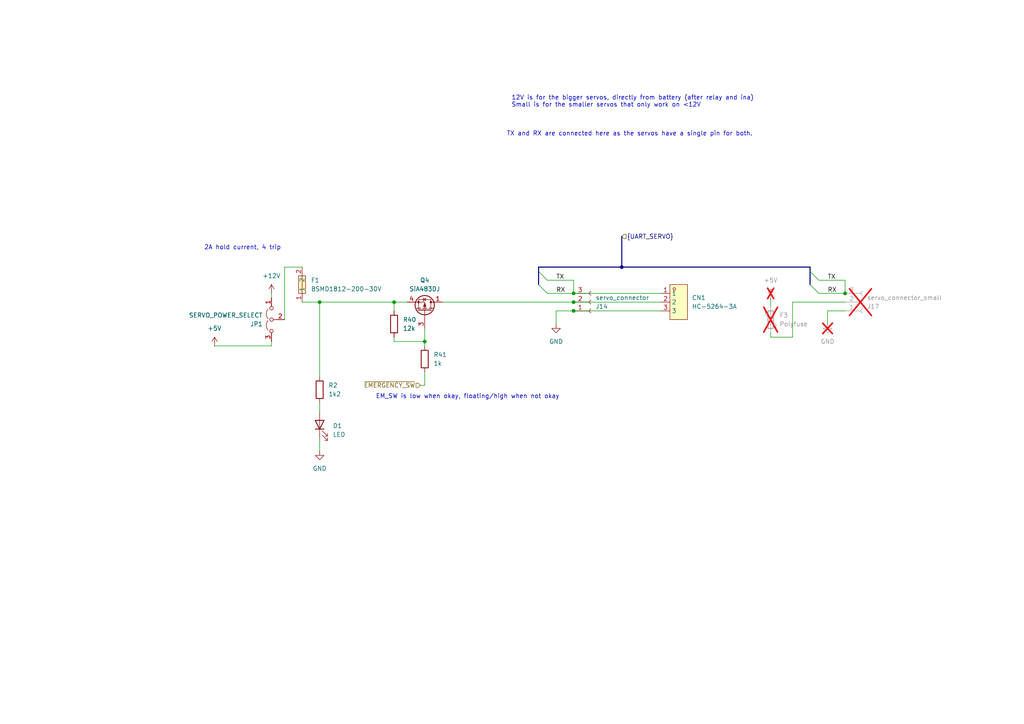
<source format=kicad_sch>
(kicad_sch (version 20231120) (generator "eeschema") (generator_version "8.0")
  (paper "A4")
  (lib_symbols
    (symbol "Connector:Conn_01x03_Socket" (pin_names (offset 1.016) hide)
      (property "Reference" "J" (at 0 5.08 0))
      (property "Value" "Conn_01x03_Socket" (at 0 -5.08 0))
      (symbol "Conn_01x03_Socket_1_1"
        (arc (start 0 -2.032) (mid -0.5058 -2.54) (end 0 -3.048) (stroke (width 0.1524)))
        (polyline (pts (xy -1.27 -2.54) (xy -0.508 -2.54)) (stroke (width 0.1524)))
        (polyline (pts (xy -1.27 0) (xy -0.508 0)) (stroke (width 0.1524)))
        (polyline (pts (xy -1.27 2.54) (xy -0.508 2.54)) (stroke (width 0.1524)))
        (arc (start 0 0.508) (mid -0.5058 0) (end 0 -0.508) (stroke (width 0.1524)))
        (arc (start 0 3.048) (mid -0.5058 2.54) (end 0 2.032) (stroke (width 0.1524)))
        (pin passive line (at -5.08 2.54 0) (length 3.81) (name "Pin_1") (number "1"))
        (pin passive line (at -5.08 0 0) (length 3.81) (name "Pin_2") (number "2"))
        (pin passive line (at -5.08 -2.54 0) (length 3.81) (name "Pin_3") (number "3"))
      )
    )
    (symbol "Device:LED" (pin_numbers hide) (pin_names (offset 1.016) hide)
      (property "Reference" "D" (at 0 2.54 0))
      (property "Value" "LED" (at 0 -2.54 0))
      (symbol "LED_0_1"
        (polyline (pts (xy -1.27 -1.27) (xy -1.27 1.27)) (stroke (width 0.254)))
        (polyline (pts (xy -1.27 0) (xy 1.27 0)))
        (polyline (pts (xy 1.27 -1.27) (xy 1.27 1.27) (xy -1.27 0) (xy 1.27 -1.27)) (stroke (width 0.254)))
        (polyline (pts (xy -3.048 -0.762) (xy -4.572 -2.286) (xy -3.81 -2.286) (xy -4.572 -2.286) (xy -4.572 -1.524)))
        (polyline (pts (xy -1.778 -0.762) (xy -3.302 -2.286) (xy -2.54 -2.286) (xy -3.302 -2.286) (xy -3.302 -1.524)))
      )
      (symbol "LED_1_1"
        (pin passive line (at -3.81 0 0) (length 2.54) (name "K") (number "1"))
        (pin passive line (at 3.81 0 180) (length 2.54) (name "A") (number "2"))
      )
    )
    (symbol "Device:Polyfuse" (pin_numbers hide) (pin_names (offset 0))
      (property "Reference" "F" (at -2.54 0 90))
      (property "Value" "Polyfuse" (at 2.54 0 90))
      (symbol "Polyfuse_0_1"
        (rectangle (start -0.762 2.54) (end 0.762 -2.54) (stroke (width 0.254)))
        (polyline (pts (xy 0 2.54) (xy 0 -2.54)))
        (polyline (pts (xy -1.524 2.54) (xy -1.524 1.524) (xy 1.524 -1.524) (xy 1.524 -2.54)))
      )
      (symbol "Polyfuse_1_1"
        (pin passive line (at 0 3.81 270) (length 1.27) (name "~") (number "1"))
        (pin passive line (at 0 -3.81 90) (length 1.27) (name "~") (number "2"))
      )
    )
    (symbol "Device:R" (pin_numbers hide) (pin_names (offset 0))
      (property "Reference" "R" (at 2.032 0 90))
      (property "Value" "R" (at 0 0 90))
      (symbol "R_0_1"
        (rectangle (start -1.016 -2.54) (end 1.016 2.54) (stroke (width 0.254)))
      )
      (symbol "R_1_1"
        (pin passive line (at 0 3.81 270) (length 1.27) (name "~") (number "1"))
        (pin passive line (at 0 -3.81 90) (length 1.27) (name "~") (number "2"))
      )
    )
    (symbol "Jumper:Jumper_3_Open" (pin_names (offset 0) hide)
      (property "Reference" "JP" (at -2.54 -2.54 0))
      (property "Value" "Jumper_3_Open" (at 0 2.794 0))
      (symbol "Jumper_3_Open_0_0"
        (circle (center -3.302 0) (radius 0.508))
        (circle (center 0 0) (radius 0.508))
        (circle (center 3.302 0) (radius 0.508))
      )
      (symbol "Jumper_3_Open_0_1"
        (arc (start -0.254 1.016) (mid -1.651 1.4992) (end -3.048 1.016))
        (polyline (pts (xy 0 -0.508) (xy 0 -1.27)))
        (arc (start 3.048 1.016) (mid 1.651 1.4992) (end 0.254 1.016))
      )
      (symbol "Jumper_3_Open_1_1"
        (pin passive line (at -6.35 0 0) (length 2.54) (name "A") (number "1"))
        (pin passive line (at 0 -3.81 90) (length 2.54) (name "C") (number "2"))
        (pin passive line (at 6.35 0 180) (length 2.54) (name "B") (number "3"))
      )
    )
    (symbol "Transistor_FET:SiA449DJ" (pin_names hide)
      (property "Reference" "Q" (at 5.08 1.905 0))
      (property "Value" "SiA449DJ" (at 5.08 0 0))
      (symbol "SiA449DJ_0_1"
        (polyline (pts (xy 0.254 0) (xy -2.54 0)))
        (polyline (pts (xy 0.254 1.905) (xy 0.254 -1.905)) (stroke (width 0.254)))
        (polyline (pts (xy 0.762 -1.27) (xy 0.762 -2.286)) (stroke (width 0.254)))
        (polyline (pts (xy 0.762 0.508) (xy 0.762 -0.508)) (stroke (width 0.254)))
        (polyline (pts (xy 0.762 2.286) (xy 0.762 1.27)) (stroke (width 0.254)))
        (polyline (pts (xy 2.54 2.54) (xy 2.54 1.778)))
        (polyline (pts (xy 2.54 -2.54) (xy 2.54 0) (xy 0.762 0)))
        (polyline (pts (xy 0.762 1.778) (xy 3.302 1.778) (xy 3.302 -1.778) (xy 0.762 -1.778)))
        (polyline (pts (xy 2.286 0) (xy 1.27 0.381) (xy 1.27 -0.381) (xy 2.286 0)) (fill (type outline)))
        (polyline (pts (xy 2.794 -0.508) (xy 2.921 -0.381) (xy 3.683 -0.381) (xy 3.81 -0.254)))
        (polyline (pts (xy 3.302 -0.381) (xy 2.921 0.254) (xy 3.683 0.254) (xy 3.302 -0.381)))
        (circle (center 1.651 0) (radius 2.794) (stroke (width 0.254)))
        (circle (center 2.54 -1.778) (radius 0.254) (fill (type outline)))
        (circle (center 2.54 1.778) (radius 0.254) (fill (type outline)))
      )
      (symbol "SiA449DJ_1_1"
        (pin passive line (at 2.54 5.08 270) (length 2.54) (name "D") (number "1"))
        (pin passive line (at -5.08 0 0) (length 2.54) (name "G") (number "3"))
        (pin passive line (at 2.54 -5.08 90) (length 2.54) (name "S") (number "4"))
      )
    )
    (symbol "easyeda:BSMD1812-200-30V"
      (property "Reference" "F" (at 0 5.08 0))
      (property "Value" "BSMD1812-200-30V" (at 0 -5.08 0))
      (symbol "BSMD1812-200-30V_0_1"
        (rectangle (start -2.54 1.02) (end 2.54 -1.02) (fill (type background)))
        (polyline (pts (xy -2.54 0) (xy 2.54 0)))
        (pin unspecified line (at -5.08 0 0) (length 2.54) (name "1") (number "1"))
        (pin unspecified line (at 5.08 0 180) (length 2.54) (name "2") (number "2"))
      )
    )
    (symbol "easyeda:HC-5264-3A"
      (property "Reference" "CN" (at 0 7.62 0))
      (property "Value" "HC-5264-3A" (at 0 -7.62 0))
      (symbol "HC-5264-3A_0_1"
        (rectangle (start -2.54 5.08) (end 2.54 -5.08) (fill (type background)))
        (circle (center -1.27 3.81) (radius 0.38))
        (pin unspecified line (at -5.08 2.54 0) (length 2.54) (name "1") (number "1"))
        (pin unspecified line (at -5.08 0 0) (length 2.54) (name "2") (number "2"))
        (pin unspecified line (at -5.08 -2.54 0) (length 2.54) (name "3") (number "3"))
      )
    )
    (symbol "power:+12V" (power) (pin_numbers hide) (pin_names (offset 0) hide)
      (property "Value" "+12V" (at 0 3.556 0))
      (symbol "+12V_0_1"
        (polyline (pts (xy -0.762 1.27) (xy 0 2.54)))
        (polyline (pts (xy 0 0) (xy 0 2.54)))
        (polyline (pts (xy 0 2.54) (xy 0.762 1.27)))
      )
      (symbol "+12V_1_1"
        (pin power_in line (at 0 0 90) (length 0) (name "~") (number "1"))
      )
    )
    (symbol "power:+5V" (power) (pin_numbers hide) (pin_names (offset 0) hide)
      (property "Value" "+5V" (at 0 3.556 0))
      (symbol "+5V_0_1"
        (polyline (pts (xy -0.762 1.27) (xy 0 2.54)))
        (polyline (pts (xy 0 0) (xy 0 2.54)))
        (polyline (pts (xy 0 2.54) (xy 0.762 1.27)))
      )
      (symbol "+5V_1_1"
        (pin power_in line (at 0 0 90) (length 0) (name "~") (number "1"))
      )
    )
    (symbol "power:GND" (power) (pin_numbers hide) (pin_names (offset 0) hide)
      (property "Value" "GND" (at 0 -3.81 0))
      (symbol "GND_0_1"
        (polyline (pts (xy 0 0) (xy 0 -1.27) (xy 1.27 -1.27) (xy 0 -2.54) (xy -1.27 -1.27) (xy 0 -1.27)))
      )
      (symbol "GND_1_1"
        (pin power_in line (at 0 0 270) (length 0) (name "~") (number "1"))
      )
    )
  )
  (junction (at 123.19 99.06))
  (junction (at 166.37 85.09))
  (junction (at 180.34 77.47))
  (junction (at 114.3 87.63))
  (junction (at 92.71 87.63))
  (junction (at 166.37 87.63))
  (junction (at 245.11 85.09))
  (junction (at 166.37 90.17))
  (bus_entry (at 234.95 82.55) (size 2.54 2.54))
  (bus_entry (at 156.21 82.55) (size 2.54 2.54))
  (bus_entry (at 234.95 78.74) (size 2.54 2.54))
  (bus_entry (at 156.21 78.74) (size 2.54 2.54))
  (wire (pts (xy 161.29 90.17) (xy 166.37 90.17)))
  (bus (pts (xy 180.34 68.58) (xy 180.34 77.47)))
  (wire (pts (xy 114.3 99.06) (xy 123.19 99.06)))
  (wire (pts (xy 92.71 87.63) (xy 114.3 87.63)))
  (wire (pts (xy 78.74 100.33) (xy 78.74 99.06)))
  (wire (pts (xy 229.87 87.63) (xy 229.87 97.79)))
  (wire (pts (xy 223.52 86.36) (xy 223.52 88.9)))
  (wire (pts (xy 158.75 85.09) (xy 166.37 85.09)))
  (wire (pts (xy 82.55 77.47) (xy 87.63 77.47)))
  (wire (pts (xy 87.63 87.63) (xy 92.71 87.63)))
  (wire (pts (xy 166.37 85.09) (xy 191.77 85.09)))
  (wire (pts (xy 229.87 97.79) (xy 223.52 97.79)))
  (bus (pts (xy 180.34 77.47) (xy 234.95 77.47)))
  (wire (pts (xy 166.37 90.17) (xy 191.77 90.17)))
  (wire (pts (xy 245.11 81.28) (xy 245.11 85.09)))
  (bus (pts (xy 234.95 77.47) (xy 234.95 78.74)))
  (wire (pts (xy 92.71 116.84) (xy 92.71 119.38)))
  (wire (pts (xy 128.27 87.63) (xy 166.37 87.63)))
  (bus (pts (xy 156.21 77.47) (xy 156.21 78.74)))
  (wire (pts (xy 237.49 81.28) (xy 245.11 81.28)))
  (wire (pts (xy 114.3 97.79) (xy 114.3 99.06)))
  (wire (pts (xy 62.23 100.33) (xy 78.74 100.33)))
  (wire (pts (xy 229.87 87.63) (xy 245.11 87.63)))
  (wire (pts (xy 240.03 93.98) (xy 240.03 90.17)))
  (wire (pts (xy 123.19 100.33) (xy 123.19 99.06)))
  (wire (pts (xy 240.03 90.17) (xy 245.11 90.17)))
  (wire (pts (xy 121.92 111.76) (xy 123.19 111.76)))
  (wire (pts (xy 166.37 87.63) (xy 191.77 87.63)))
  (wire (pts (xy 114.3 87.63) (xy 118.11 87.63)))
  (wire (pts (xy 223.52 97.79) (xy 223.52 96.52)))
  (wire (pts (xy 166.37 81.28) (xy 166.37 85.09)))
  (wire (pts (xy 92.71 87.63) (xy 92.71 109.22)))
  (wire (pts (xy 161.29 93.98) (xy 161.29 90.17)))
  (bus (pts (xy 156.21 78.74) (xy 156.21 82.55)))
  (wire (pts (xy 158.75 81.28) (xy 166.37 81.28)))
  (wire (pts (xy 92.71 127) (xy 92.71 130.81)))
  (wire (pts (xy 123.19 99.06) (xy 123.19 95.25)))
  (bus (pts (xy 156.21 77.47) (xy 180.34 77.47)))
  (wire (pts (xy 123.19 111.76) (xy 123.19 107.95)))
  (wire (pts (xy 114.3 87.63) (xy 114.3 90.17)))
  (wire (pts (xy 237.49 85.09) (xy 245.11 85.09)))
  (wire (pts (xy 82.55 92.71) (xy 82.55 77.47)))
  (wire (pts (xy 78.74 85.09) (xy 78.74 86.36)))
  (bus (pts (xy 234.95 78.74) (xy 234.95 82.55)))
  (text "TX and RX are connected here as the servos have a single pin for both." (at 182.626 38.862 0) (effects (font (size 1.27 1.27))))
  (text "12V is for the bigger servos, directly from battery (after relay and ina)\nSmall is for the smaller servos that only work on <12V\n" (at 148.336 31.242 0) (effects (font (size 1.27 1.27)) (justify left bottom)))
  (text "EM_SW is low when okay, floating/high when not okay" (at 135.636 115.062 0) (effects (font (size 1.27 1.27))))
  (text "2A hold current, 4 trip" (at 70.358 71.882 0) (effects (font (size 1.27 1.27))))
  (label "RX" (at 161.29 85.09 0))
  (label "TX" (at 161.29 81.28 0))
  (label "TX" (at 240.03 81.28 0))
  (label "RX" (at 240.03 85.09 0))
  (hierarchical_label "{UART_SERVO}" (shape input) (at 180.34 68.58 0))
  (hierarchical_label "~{EMERGENCY_SW}" (shape input) (at 121.92 111.76 180))
  (symbol (lib_id "power:+5V") (at 223.52 86.36 0) (unit 1) (on_board no) (dnp yes)
    (property "Reference" "#PWR70" (effects (hide yes)))
    (property "Value" "+5V" (at 223.52 81.28 0))
    (property "Description" "Power symbol creates a global label with name \"+5V\"" (effects (hide yes)))
  )
  (symbol (lib_id "Connector:Conn_01x03_Socket") (at 171.45 87.63 0) (mirror x) (unit 1)
    (property "Reference" "J14" (at 172.72 88.9 0) (effects (justify left)))
    (property "Value" "servo_connector" (at 172.72 86.36 0) (effects (justify left)))
    (property "Footprint" "Connector_JST:JST_PH_B3B-PH-K_1x03_P2.00mm_Vertical" (effects (hide yes)))
    (property "LCSC" "C131339" (effects (hide yes)))
  )
  (symbol (lib_id "Device:R") (at 114.3 93.98 180) (unit 1)
    (property "Reference" "R40" (at 116.84 92.7099 0) (effects (justify right)))
    (property "Value" "12k" (at 116.84 95.2499 0) (effects (justify right)))
    (property "Footprint" "Resistor_SMD:R_0805_2012Metric" (effects (hide yes)))
    (property "Description" "Resistor" (effects (hide yes)))
  )
  (symbol (lib_id "Transistor_FET:SiA449DJ") (at 123.19 90.17 270) (mirror x) (unit 1)
    (property "Reference" "Q4" (at 123.19 81.28 90))
    (property "Value" "SiA483DJ" (at 123.19 83.82 90))
    (property "Footprint" "Package_TO_SOT_SMD:Vishay_PowerPAK_SC70-6L_Single" (effects (hide yes)))
    (property "Datasheet" "http://www.vishay.com/docs/62644/sia483dj.pdf" (effects (hide yes)))
    (property "Description" "-12A Id, -30V Vds, P-Channel MOSFET, PowerPAK SC70-6" (effects (hide yes)))
  )
  (symbol (lib_id "Device:R") (at 92.71 113.03 0) (unit 1)
    (property "Reference" "R2" (at 95.25 111.7599 0) (effects (justify left)))
    (property "Value" "1k2" (at 95.25 114.2999 0) (effects (justify left)))
    (property "Footprint" "Resistor_SMD:R_0805_2012Metric" (effects (hide yes)))
  )
  (symbol (lib_id "easyeda:BSMD1812-200-30V") (at 87.63 82.55 90) (unit 1)
    (property "Reference" "F1" (at 90.17 81.2799 90) (effects (justify right)))
    (property "Value" "BSMD1812-200-30V" (at 90.17 83.8199 90) (effects (justify right)))
    (property "Footprint" "easyeda:F1812" (effects (hide yes)))
    (property "Datasheet" "https://lcsc.com/product-detail/PTC-Resettable-Fuses_BHFUSE-BSMD1812-200-30V_C960026.html" (effects (hide yes)))
    (property "LCSC Part" "C960026" (effects (hide yes)))
  )
  (symbol (lib_id "Device:Polyfuse") (at 223.52 92.71 0) (unit 1) (on_board no) (dnp yes)
    (property "Reference" "F3" (at 226.06 91.4399 0) (effects (justify left)))
    (property "Value" "Polyfuse" (at 226.06 93.9799 0) (effects (justify left)))
    (property "Footprint" "Fuse:Fuse_1812_4532Metric" (effects (hide yes)))
    (property "Description" "Resettable fuse, polymeric positive temperature coefficient" (effects (hide yes)))
  )
  (symbol (lib_id "Jumper:Jumper_3_Open") (at 78.74 92.71 90) (mirror x) (unit 1)
    (property "Reference" "JP1" (at 76.2 93.98 90) (effects (justify left)))
    (property "Value" "SERVO_POWER_SELECT" (at 76.2 91.44 90) (effects (justify left)))
    (property "Footprint" "Jumper:SolderJumper-3_P1.3mm_Bridged12_RoundedPad1.0x1.5mm_NumberLabels" (effects (hide yes)))
  )
  (symbol (lib_id "power:+5V") (at 62.23 100.33 0) (unit 1)
    (property "Reference" "#PWR3" (effects (hide yes)))
    (property "Value" "+5V" (at 62.23 95.25 0))
    (property "Description" "Power symbol creates a global label with name \"+5V\"" (effects (hide yes)))
  )
  (symbol (lib_id "Device:R") (at 123.19 104.14 180) (unit 1)
    (property "Reference" "R41" (at 125.73 102.8699 0) (effects (justify right)))
    (property "Value" "1k" (at 125.73 105.4099 0) (effects (justify right)))
    (property "Footprint" "Resistor_SMD:R_0805_2012Metric" (effects (hide yes)))
    (property "Description" "Resistor" (effects (hide yes)))
  )
  (symbol (lib_id "power:+12V") (at 78.74 85.09 0) (unit 1)
    (property "Reference" "#PWR23" (effects (hide yes)))
    (property "Value" "+12V" (at 78.74 80.01 0))
    (property "Description" "Power symbol creates a global label with name \"+12V\"" (effects (hide yes)))
  )
  (symbol (lib_id "power:GND") (at 240.03 93.98 0) (unit 1) (on_board no) (dnp yes)
    (property "Reference" "#PWR71" (effects (hide yes)))
    (property "Value" "GND" (at 240.03 99.06 0))
    (property "Description" "Power symbol creates a global label with name \"GND\" , ground" (effects (hide yes)))
  )
  (symbol (lib_id "power:GND") (at 161.29 93.98 0) (unit 1)
    (property "Reference" "#PWR69" (effects (hide yes)))
    (property "Value" "GND" (at 161.29 99.06 0))
    (property "Description" "Power symbol creates a global label with name \"GND\" , ground" (effects (hide yes)))
  )
  (symbol (lib_id "Device:LED") (at 92.71 123.19 90) (unit 1)
    (property "Reference" "D1" (at 96.52 123.5075 90) (effects (justify right)))
    (property "Value" "LED" (at 96.52 126.0475 90) (effects (justify right)))
    (property "Footprint" "LED_SMD:LED_0805_2012Metric" (effects (hide yes)))
  )
  (symbol (lib_id "Connector:Conn_01x03_Socket") (at 250.19 87.63 0) (mirror x) (unit 1) (on_board no) (dnp yes)
    (property "Reference" "J17" (at 251.46 88.9 0) (effects (justify left)))
    (property "Value" "servo_connector_small" (at 251.46 86.36 0) (effects (justify left)))
    (property "Footprint" "Connector_JST:JST_PH_B3B-PH-K_1x03_P2.00mm_Vertical" (effects (hide yes)))
    (property "LCSC" "C131339" (effects (hide yes)))
  )
  (symbol (lib_id "easyeda:HC-5264-3A") (at 196.85 87.63 0) (unit 1)
    (property "Reference" "CN1" (at 200.66 86.3599 0) (effects (justify left)))
    (property "Value" "HC-5264-3A" (at 200.66 88.8999 0) (effects (justify left)))
    (property "Footprint" "easyeda:CONN-TH_3P-P2.50_HCTL_HC-5264-3A" (effects (hide yes)))
    (property "LCSC Part" "C2845815" (effects (hide yes)))
  )
  (symbol (lib_id "power:GND") (at 92.71 130.81 0) (unit 1)
    (property "Reference" "#PWR4" (effects (hide yes)))
    (property "Value" "GND" (at 92.71 135.89 0))
    (property "Description" "Power symbol creates a global label with name \"GND\" , ground" (effects (hide yes)))
  )
)
</source>
